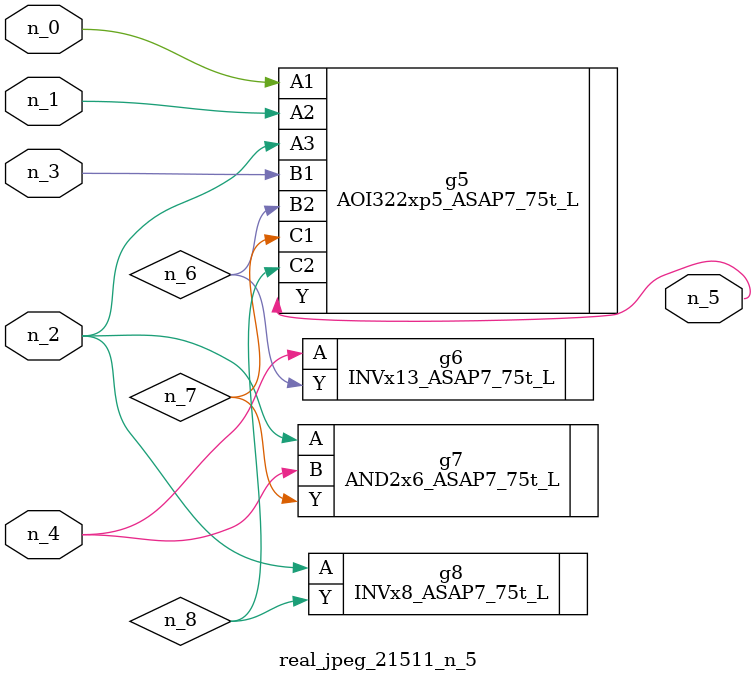
<source format=v>
module real_jpeg_21511_n_5 (n_4, n_0, n_1, n_2, n_3, n_5);

input n_4;
input n_0;
input n_1;
input n_2;
input n_3;

output n_5;

wire n_8;
wire n_6;
wire n_7;

AOI322xp5_ASAP7_75t_L g5 ( 
.A1(n_0),
.A2(n_1),
.A3(n_2),
.B1(n_3),
.B2(n_6),
.C1(n_7),
.C2(n_8),
.Y(n_5)
);

AND2x6_ASAP7_75t_L g7 ( 
.A(n_2),
.B(n_4),
.Y(n_7)
);

INVx8_ASAP7_75t_L g8 ( 
.A(n_2),
.Y(n_8)
);

INVx13_ASAP7_75t_L g6 ( 
.A(n_4),
.Y(n_6)
);


endmodule
</source>
